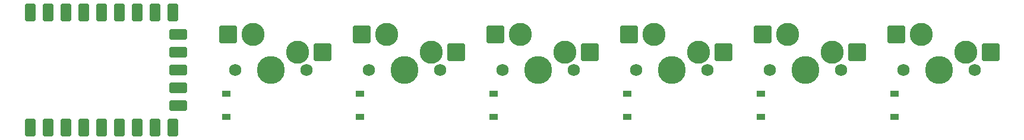
<source format=gbr>
%TF.GenerationSoftware,KiCad,Pcbnew,(6.0.6)*%
%TF.CreationDate,2022-10-04T12:54:13+11:00*%
%TF.ProjectId,freshboard,66726573-6862-46f6-9172-642e6b696361,rev?*%
%TF.SameCoordinates,Original*%
%TF.FileFunction,Soldermask,Top*%
%TF.FilePolarity,Negative*%
%FSLAX46Y46*%
G04 Gerber Fmt 4.6, Leading zero omitted, Abs format (unit mm)*
G04 Created by KiCad (PCBNEW (6.0.6)) date 2022-10-04 12:54:13*
%MOMM*%
%LPD*%
G01*
G04 APERTURE LIST*
G04 Aperture macros list*
%AMRoundRect*
0 Rectangle with rounded corners*
0 $1 Rounding radius*
0 $2 $3 $4 $5 $6 $7 $8 $9 X,Y pos of 4 corners*
0 Add a 4 corners polygon primitive as box body*
4,1,4,$2,$3,$4,$5,$6,$7,$8,$9,$2,$3,0*
0 Add four circle primitives for the rounded corners*
1,1,$1+$1,$2,$3*
1,1,$1+$1,$4,$5*
1,1,$1+$1,$6,$7*
1,1,$1+$1,$8,$9*
0 Add four rect primitives between the rounded corners*
20,1,$1+$1,$2,$3,$4,$5,0*
20,1,$1+$1,$4,$5,$6,$7,0*
20,1,$1+$1,$6,$7,$8,$9,0*
20,1,$1+$1,$8,$9,$2,$3,0*%
G04 Aperture macros list end*
%ADD10R,1.200000X0.900000*%
%ADD11C,3.987800*%
%ADD12C,1.750000*%
%ADD13RoundRect,0.250000X-1.025000X-1.000000X1.025000X-1.000000X1.025000X1.000000X-1.025000X1.000000X0*%
%ADD14C,3.300000*%
%ADD15RoundRect,0.400000X0.400000X-0.900000X0.400000X0.900000X-0.400000X0.900000X-0.400000X-0.900000X0*%
%ADD16RoundRect,0.400050X0.400050X-0.899950X0.400050X0.899950X-0.400050X0.899950X-0.400050X-0.899950X0*%
%ADD17RoundRect,0.400000X0.900000X-0.400000X0.900000X0.400000X-0.900000X0.400000X-0.900000X-0.400000X0*%
%ADD18RoundRect,0.393700X0.906300X-0.393700X0.906300X0.393700X-0.906300X0.393700X-0.906300X-0.393700X0*%
G04 APERTURE END LIST*
D10*
%TO.C,D2*%
X115570000Y-100710000D03*
X115570000Y-97410000D03*
%TD*%
D11*
%TO.C,SW6*%
X198120000Y-93980000D03*
D12*
X203200000Y-93980000D03*
X193040000Y-93980000D03*
D13*
X205480000Y-91440000D03*
D14*
X201930000Y-91440000D03*
D13*
X192030000Y-88900000D03*
D14*
X195580000Y-88900000D03*
%TD*%
D12*
%TO.C,SW5*%
X184150000Y-93980000D03*
D11*
X179070000Y-93980000D03*
D12*
X173990000Y-93980000D03*
D14*
X182880000Y-91440000D03*
D13*
X186430000Y-91440000D03*
D14*
X176530000Y-88900000D03*
D13*
X172980000Y-88900000D03*
%TD*%
D10*
%TO.C,D3*%
X134620000Y-100710000D03*
X134620000Y-97410000D03*
%TD*%
%TO.C,D6*%
X191770000Y-100710000D03*
X191770000Y-97410000D03*
%TD*%
%TO.C,D5*%
X172720000Y-100710000D03*
X172720000Y-97410000D03*
%TD*%
%TO.C,D4*%
X153670000Y-100710000D03*
X153670000Y-97410000D03*
%TD*%
D12*
%TO.C,SW1*%
X107950000Y-93980000D03*
X97790000Y-93980000D03*
D11*
X102870000Y-93980000D03*
D13*
X110230000Y-91440000D03*
D14*
X106680000Y-91440000D03*
X100330000Y-88900000D03*
D13*
X96780000Y-88900000D03*
%TD*%
D15*
%TO.C,RZ1*%
X68505000Y-85760000D03*
X71045000Y-85760000D03*
X73585000Y-85760000D03*
X76125000Y-85760000D03*
X78665000Y-85760000D03*
D16*
X81205000Y-85760000D03*
X83745000Y-85760000D03*
X86285000Y-85760000D03*
X88825000Y-85760000D03*
D17*
X89635000Y-88900000D03*
D18*
X89635000Y-91440000D03*
X89635000Y-93980000D03*
X89635000Y-96520000D03*
X89635000Y-99060000D03*
D16*
X88825000Y-102200000D03*
X86285000Y-102200000D03*
X83745000Y-102200000D03*
X81205000Y-102200000D03*
X68505000Y-102200000D03*
X71045000Y-102200000D03*
X73585000Y-102200000D03*
X78665000Y-102200000D03*
X76125000Y-102200000D03*
%TD*%
D12*
%TO.C,SW4*%
X154940000Y-93980000D03*
D11*
X160020000Y-93980000D03*
D12*
X165100000Y-93980000D03*
D13*
X167380000Y-91440000D03*
D14*
X163830000Y-91440000D03*
X157480000Y-88900000D03*
D13*
X153930000Y-88900000D03*
%TD*%
D12*
%TO.C,SW2*%
X116840000Y-93980000D03*
X127000000Y-93980000D03*
D11*
X121920000Y-93980000D03*
D14*
X125730000Y-91440000D03*
D13*
X129280000Y-91440000D03*
D14*
X119380000Y-88900000D03*
D13*
X115830000Y-88900000D03*
%TD*%
D12*
%TO.C,SW3*%
X135890000Y-93980000D03*
D11*
X140970000Y-93980000D03*
D12*
X146050000Y-93980000D03*
D14*
X144780000Y-91440000D03*
D13*
X148330000Y-91440000D03*
D14*
X138430000Y-88900000D03*
D13*
X134880000Y-88900000D03*
%TD*%
D10*
%TO.C,D1*%
X96520000Y-100710000D03*
X96520000Y-97410000D03*
%TD*%
M02*

</source>
